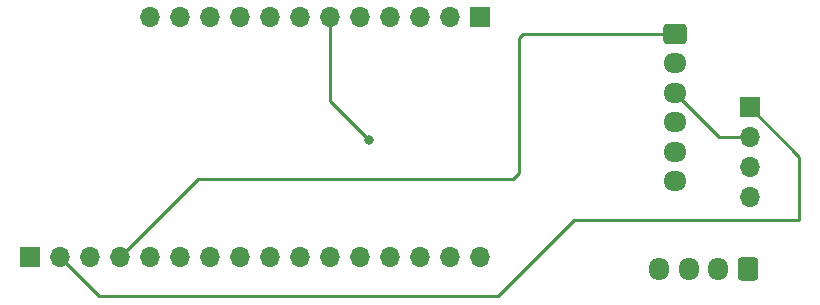
<source format=gbr>
%TF.GenerationSoftware,KiCad,Pcbnew,7.0.7*%
%TF.CreationDate,2024-05-03T13:44:01+01:00*%
%TF.ProjectId,MRF67-pro,4d524636-372d-4707-926f-2e6b69636164,rev?*%
%TF.SameCoordinates,Original*%
%TF.FileFunction,Copper,L2,Bot*%
%TF.FilePolarity,Positive*%
%FSLAX46Y46*%
G04 Gerber Fmt 4.6, Leading zero omitted, Abs format (unit mm)*
G04 Created by KiCad (PCBNEW 7.0.7) date 2024-05-03 13:44:01*
%MOMM*%
%LPD*%
G01*
G04 APERTURE LIST*
G04 Aperture macros list*
%AMRoundRect*
0 Rectangle with rounded corners*
0 $1 Rounding radius*
0 $2 $3 $4 $5 $6 $7 $8 $9 X,Y pos of 4 corners*
0 Add a 4 corners polygon primitive as box body*
4,1,4,$2,$3,$4,$5,$6,$7,$8,$9,$2,$3,0*
0 Add four circle primitives for the rounded corners*
1,1,$1+$1,$2,$3*
1,1,$1+$1,$4,$5*
1,1,$1+$1,$6,$7*
1,1,$1+$1,$8,$9*
0 Add four rect primitives between the rounded corners*
20,1,$1+$1,$2,$3,$4,$5,0*
20,1,$1+$1,$4,$5,$6,$7,0*
20,1,$1+$1,$6,$7,$8,$9,0*
20,1,$1+$1,$8,$9,$2,$3,0*%
G04 Aperture macros list end*
%TA.AperFunction,ComponentPad*%
%ADD10R,1.700000X1.700000*%
%TD*%
%TA.AperFunction,ComponentPad*%
%ADD11O,1.700000X1.700000*%
%TD*%
%TA.AperFunction,ComponentPad*%
%ADD12RoundRect,0.250000X0.600000X0.725000X-0.600000X0.725000X-0.600000X-0.725000X0.600000X-0.725000X0*%
%TD*%
%TA.AperFunction,ComponentPad*%
%ADD13O,1.700000X1.950000*%
%TD*%
%TA.AperFunction,ComponentPad*%
%ADD14RoundRect,0.250000X-0.725000X0.600000X-0.725000X-0.600000X0.725000X-0.600000X0.725000X0.600000X0*%
%TD*%
%TA.AperFunction,ComponentPad*%
%ADD15O,1.950000X1.700000*%
%TD*%
%TA.AperFunction,ViaPad*%
%ADD16C,0.800000*%
%TD*%
%TA.AperFunction,Conductor*%
%ADD17C,0.250000*%
%TD*%
G04 APERTURE END LIST*
D10*
%TO.P,J2,1,Pin_1*%
%TO.N,unconnected-(J2-Pin_1-Pad1)*%
X146050000Y-101600000D03*
D11*
%TO.P,J2,2,Pin_2*%
%TO.N,unconnected-(J2-Pin_2-Pad2)*%
X143510000Y-101600000D03*
%TO.P,J2,3,Pin_3*%
%TO.N,unconnected-(J2-Pin_3-Pad3)*%
X140970000Y-101600000D03*
%TO.P,J2,4,Pin_4*%
%TO.N,unconnected-(J2-Pin_4-Pad4)*%
X138430000Y-101600000D03*
%TO.P,J2,5,Pin_5*%
%TO.N,Net-(J2-Pin_5)*%
X135890000Y-101600000D03*
%TO.P,J2,6,Pin_6*%
%TO.N,Net-(J2-Pin_6)*%
X133350000Y-101600000D03*
%TO.P,J2,7,Pin_7*%
%TO.N,unconnected-(J2-Pin_7-Pad7)*%
X130810000Y-101600000D03*
%TO.P,J2,8,Pin_8*%
%TO.N,unconnected-(J2-Pin_8-Pad8)*%
X128270000Y-101600000D03*
%TO.P,J2,9,Pin_9*%
%TO.N,unconnected-(J2-Pin_9-Pad9)*%
X125730000Y-101600000D03*
%TO.P,J2,10,Pin_10*%
%TO.N,unconnected-(J2-Pin_10-Pad10)*%
X123190000Y-101600000D03*
%TO.P,J2,11,Pin_11*%
%TO.N,Net-(J2-Pin_11)*%
X120650000Y-101600000D03*
%TO.P,J2,12,Pin_12*%
%TO.N,unconnected-(J2-Pin_12-Pad12)*%
X118110000Y-101600000D03*
%TD*%
D10*
%TO.P,J1,1,Pin_1*%
%TO.N,unconnected-(J1-Pin_1-Pad1)*%
X107950000Y-121920000D03*
D11*
%TO.P,J1,2,Pin_2*%
%TO.N,Net-(J1-Pin_2)*%
X110490000Y-121920000D03*
%TO.P,J1,3,Pin_3*%
%TO.N,unconnected-(J1-Pin_3-Pad3)*%
X113030000Y-121920000D03*
%TO.P,J1,4,Pin_4*%
%TO.N,Net-(J1-Pin_4)*%
X115570000Y-121920000D03*
%TO.P,J1,5,Pin_5*%
%TO.N,unconnected-(J1-Pin_5-Pad5)*%
X118110000Y-121920000D03*
%TO.P,J1,6,Pin_6*%
%TO.N,unconnected-(J1-Pin_6-Pad6)*%
X120650000Y-121920000D03*
%TO.P,J1,7,Pin_7*%
%TO.N,unconnected-(J1-Pin_7-Pad7)*%
X123190000Y-121920000D03*
%TO.P,J1,8,Pin_8*%
%TO.N,unconnected-(J1-Pin_8-Pad8)*%
X125730000Y-121920000D03*
%TO.P,J1,9,Pin_9*%
%TO.N,unconnected-(J1-Pin_9-Pad9)*%
X128270000Y-121920000D03*
%TO.P,J1,10,Pin_10*%
%TO.N,unconnected-(J1-Pin_10-Pad10)*%
X130810000Y-121920000D03*
%TO.P,J1,11,Pin_11*%
%TO.N,unconnected-(J1-Pin_11-Pad11)*%
X133350000Y-121920000D03*
%TO.P,J1,12,Pin_12*%
%TO.N,unconnected-(J1-Pin_12-Pad12)*%
X135890000Y-121920000D03*
%TO.P,J1,13,Pin_13*%
%TO.N,unconnected-(J1-Pin_13-Pad13)*%
X138430000Y-121920000D03*
%TO.P,J1,14,Pin_14*%
%TO.N,Net-(J1-Pin_14)*%
X140970000Y-121920000D03*
%TO.P,J1,15,Pin_15*%
%TO.N,Net-(J1-Pin_15)*%
X143510000Y-121920000D03*
%TO.P,J1,16,Pin_16*%
%TO.N,unconnected-(J1-Pin_16-Pad16)*%
X146050000Y-121920000D03*
%TD*%
D10*
%TO.P,J4,1,Pin_1*%
%TO.N,Net-(J1-Pin_2)*%
X168910000Y-109220000D03*
D11*
%TO.P,J4,2,Pin_2*%
%TO.N,Net-(J1-Pin_4)*%
X168910000Y-111760000D03*
%TO.P,J4,3,Pin_3*%
%TO.N,Net-(J3-Pin_4)*%
X168910000Y-114300000D03*
%TO.P,J4,4,Pin_4*%
%TO.N,unconnected-(J4-Pin_4-Pad4)*%
X168910000Y-116840000D03*
%TD*%
D12*
%TO.P,J3,1,Pin_1*%
%TO.N,Net-(J1-Pin_15)*%
X168743000Y-122936000D03*
D13*
%TO.P,J3,2,Pin_2*%
%TO.N,Net-(J1-Pin_14)*%
X166243000Y-122936000D03*
%TO.P,J3,3,Pin_3*%
%TO.N,Net-(J1-Pin_4)*%
X163743000Y-122936000D03*
%TO.P,J3,4,Pin_4*%
%TO.N,Net-(J3-Pin_4)*%
X161243000Y-122936000D03*
%TD*%
D14*
%TO.P,J6,1,Pin_1*%
%TO.N,Net-(J1-Pin_4)*%
X162560000Y-102990000D03*
D15*
%TO.P,J6,2,Pin_2*%
X162560000Y-105490000D03*
%TO.P,J6,3,Pin_3*%
X162560000Y-107990000D03*
%TO.P,J6,4,Pin_4*%
%TO.N,Net-(J2-Pin_11)*%
X162560000Y-110490000D03*
%TO.P,J6,5,Pin_5*%
%TO.N,Net-(J2-Pin_6)*%
X162560000Y-112990000D03*
%TO.P,J6,6,Pin_6*%
%TO.N,Net-(J2-Pin_5)*%
X162560000Y-115490000D03*
%TD*%
D16*
%TO.N,Net-(J2-Pin_6)*%
X136652000Y-112014000D03*
%TD*%
D17*
%TO.N,Net-(J2-Pin_6)*%
X133350000Y-108712000D02*
X133350000Y-101600000D01*
X136652000Y-112014000D02*
X133350000Y-108712000D01*
%TO.N,Net-(J1-Pin_4)*%
X149352000Y-103378000D02*
X149352000Y-114808000D01*
X122174000Y-115316000D02*
X115570000Y-121920000D01*
X168910000Y-111760000D02*
X166330000Y-111760000D01*
X149352000Y-114808000D02*
X148844000Y-115316000D01*
X162560000Y-102990000D02*
X149740000Y-102990000D01*
X149740000Y-102990000D02*
X149352000Y-103378000D01*
X148844000Y-115316000D02*
X122174000Y-115316000D01*
X166330000Y-111760000D02*
X162560000Y-107990000D01*
%TO.N,Net-(J1-Pin_2)*%
X113792000Y-125222000D02*
X110490000Y-121920000D01*
X168910000Y-109220000D02*
X173101000Y-113411000D01*
X173101000Y-118745000D02*
X154051000Y-118745000D01*
X173101000Y-113411000D02*
X173101000Y-118745000D01*
X147574000Y-125222000D02*
X113792000Y-125222000D01*
X154051000Y-118745000D02*
X147574000Y-125222000D01*
%TD*%
M02*

</source>
